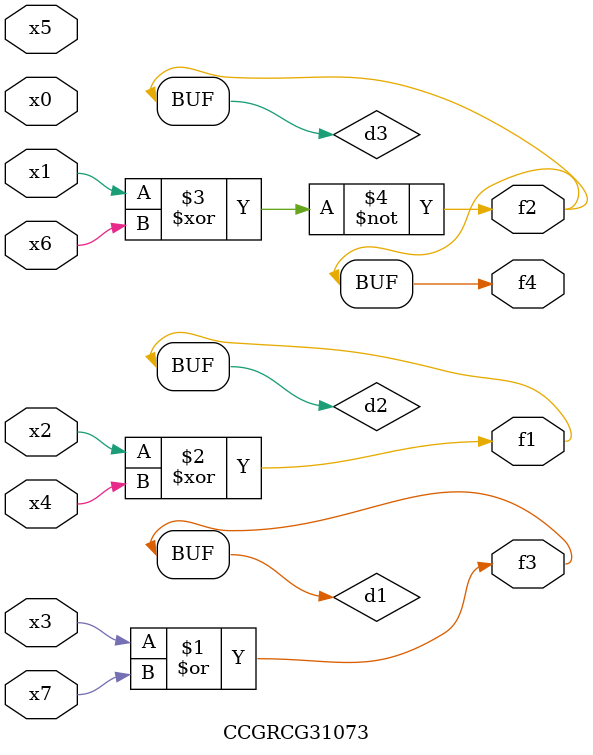
<source format=v>
module CCGRCG31073(
	input x0, x1, x2, x3, x4, x5, x6, x7,
	output f1, f2, f3, f4
);

	wire d1, d2, d3;

	or (d1, x3, x7);
	xor (d2, x2, x4);
	xnor (d3, x1, x6);
	assign f1 = d2;
	assign f2 = d3;
	assign f3 = d1;
	assign f4 = d3;
endmodule

</source>
